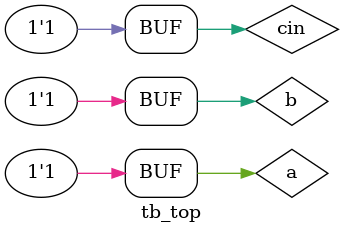
<source format=v>
module tb_top;
  reg a,b,cin;
  wire s,cout;
  full_adder fa(a,b,cin,s,cout);
  initial begin
    $monitor("At time %0t: a=%b, b=%b, cin=%b, s=%b, cout=%b",$time, a,b,cin,s,cout);
    #2; a=0; b=0; cin=0;
    #2; a=0; b=0; cin=1;
    #2; a=0; b=1; cin=0;
    #2; a=0; b=1; cin=1;
    #2; a=1; b=0; cin=0;
    #2; a=1; b=0; cin=1;
    #2; a=1; b=1; cin=0;
        a=1; b=1; cin=1;
  end 
endmodule

</source>
